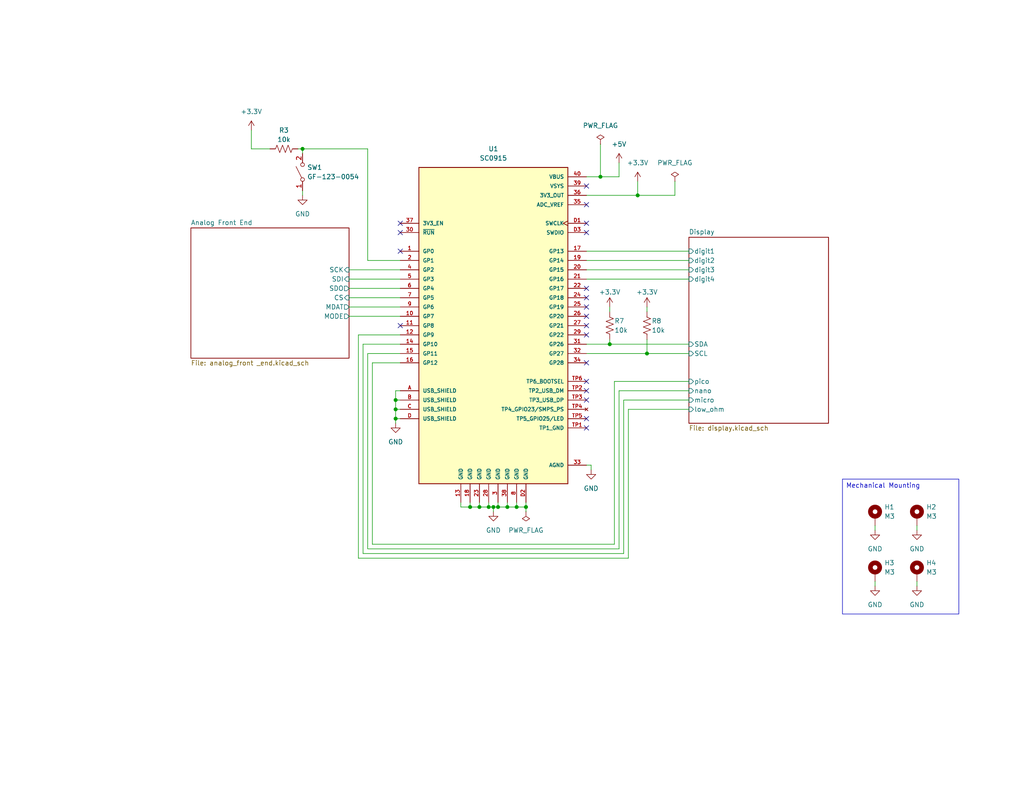
<source format=kicad_sch>
(kicad_sch (version 20231120) (generator "eeschema") (generator_version "8.0")
  (paper "USLetter")
  (title_block (title "Multimeter") (rev "1"))
  (lib_symbols
    (symbol "Device:R_US" (pin_numbers hide) (pin_names (offset 0))
      (property "Reference" "R" (at 2.54 0 90))
      (property "Value" "R_US" (at -2.54 0 90))
      (symbol "R_US_0_1"
        (polyline (pts (xy 0 -2.286) (xy 0 -2.54)))
        (polyline (pts (xy 0 2.286) (xy 0 2.54)))
        (polyline (pts (xy 0 -0.762) (xy 1.016 -1.143) (xy 0 -1.524) (xy -1.016 -1.905) (xy 0 -2.286)))
        (polyline (pts (xy 0 0.762) (xy 1.016 0.381) (xy 0 0) (xy -1.016 -0.381) (xy 0 -0.762)))
        (polyline (pts (xy 0 2.286) (xy 1.016 1.905) (xy 0 1.524) (xy -1.016 1.143) (xy 0 0.762)))
      )
      (symbol "R_US_1_1"
        (pin passive line (at 0 3.81 270) (length 1.27) (name "~") (number "1"))
        (pin passive line (at 0 -3.81 90) (length 1.27) (name "~") (number "2"))
      )
    )
    (symbol "Mechanical:MountingHole_Pad" (pin_numbers hide) (pin_names (offset 1.016) hide)
      (property "Reference" "H" (at 0 6.35 0))
      (property "Value" "MountingHole_Pad" (at 0 4.445 0))
      (symbol "MountingHole_Pad_0_1"
        (circle (center 0 1.27) (radius 1.27) (stroke (width 1.27)))
      )
      (symbol "MountingHole_Pad_1_1"
        (pin input line (at 0 -2.54 90) (length 2.54) (name "1") (number "1"))
      )
    )
    (symbol "Switch:SW_SPST" (pin_names (offset 0) hide)
      (property "Reference" "SW" (at 0 3.175 0))
      (property "Value" "SW_SPST" (at 0 -2.54 0))
      (symbol "SW_SPST_0_0"
        (circle (center -2.032 0) (radius 0.508))
        (polyline (pts (xy -1.524 0.254) (xy 1.524 1.778)))
        (circle (center 2.032 0) (radius 0.508))
      )
      (symbol "SW_SPST_1_1"
        (pin passive line (at -5.08 0 0) (length 2.54) (name "A") (number "1"))
        (pin passive line (at 5.08 0 180) (length 2.54) (name "B") (number "2"))
      )
    )
    (symbol "multimeter_parts:SC0915" (pin_names (offset 1.016))
      (property "Reference" "U" (at -20.32 44.069 0))
      (property "Value" "SC0915" (at 10.16 43.18 0))
      (symbol "SC0915_0_0"
        (rectangle (start -20.32 -43.18) (end 20.32 43.18) (stroke (width 0.254)) (fill (type background)))
        (pin bidirectional line (at -25.4 20.32 0) (length 5.08) (name "GP0") (number "1"))
        (pin bidirectional line (at -25.4 2.54 0) (length 5.08) (name "GP7") (number "10"))
        (pin bidirectional line (at -25.4 0 0) (length 5.08) (name "GP8") (number "11"))
        (pin bidirectional line (at -25.4 -2.54 0) (length 5.08) (name "GP9") (number "12"))
        (pin power_in line (at -8.89 -48.26 90) (length 5.08) (name "GND") (number "13"))
        (pin bidirectional line (at -25.4 -5.08 0) (length 5.08) (name "GP10") (number "14"))
        (pin bidirectional line (at -25.4 -7.62 0) (length 5.08) (name "GP11") (number "15"))
        (pin bidirectional line (at -25.4 -10.16 0) (length 5.08) (name "GP12") (number "16"))
        (pin bidirectional line (at 25.4 20.32 180) (length 5.08) (name "GP13") (number "17"))
        (pin power_in line (at -6.35 -48.26 90) (length 5.08) (name "GND") (number "18"))
        (pin bidirectional line (at 25.4 17.78 180) (length 5.08) (name "GP14") (number "19"))
        (pin bidirectional line (at -25.4 17.78 0) (length 5.08) (name "GP1") (number "2"))
        (pin bidirectional line (at 25.4 15.24 180) (length 5.08) (name "GP15") (number "20"))
        (pin bidirectional line (at 25.4 12.7 180) (length 5.08) (name "GP16") (number "21"))
        (pin bidirectional line (at 25.4 10.16 180) (length 5.08) (name "GP17") (number "22"))
        (pin power_in line (at -3.81 -48.26 90) (length 5.08) (name "GND") (number "23"))
        (pin bidirectional line (at 25.4 7.62 180) (length 5.08) (name "GP18") (number "24"))
        (pin bidirectional line (at 25.4 5.08 180) (length 5.08) (name "GP19") (number "25"))
        (pin bidirectional line (at 25.4 2.54 180) (length 5.08) (name "GP20") (number "26"))
        (pin bidirectional line (at 25.4 0 180) (length 5.08) (name "GP21") (number "27"))
        (pin power_in line (at -1.27 -48.26 90) (length 5.08) (name "GND") (number "28"))
        (pin bidirectional line (at 25.4 -2.54 180) (length 5.08) (name "GP22") (number "29"))
        (pin power_in line (at 1.27 -48.26 90) (length 5.08) (name "GND") (number "3"))
        (pin input line (at -25.4 25.4 0) (length 5.08) (name "~{RUN}") (number "30"))
        (pin bidirectional line (at 25.4 -5.08 180) (length 5.08) (name "GP26") (number "31"))
        (pin bidirectional line (at 25.4 -7.62 180) (length 5.08) (name "GP27") (number "32"))
        (pin power_in line (at 25.4 -38.1 180) (length 5.08) (name "AGND") (number "33"))
        (pin bidirectional line (at 25.4 -10.16 180) (length 5.08) (name "GP28") (number "34"))
        (pin power_in line (at 25.4 33.02 180) (length 5.08) (name "ADC_VREF") (number "35"))
        (pin power_in line (at 25.4 35.56 180) (length 5.08) (name "3V3_OUT") (number "36"))
        (pin input line (at -25.4 27.94 0) (length 5.08) (name "3V3_EN") (number "37"))
        (pin power_in line (at 3.81 -48.26 90) (length 5.08) (name "GND") (number "38"))
        (pin power_in line (at 25.4 38.1 180) (length 5.08) (name "VSYS") (number "39"))
        (pin bidirectional line (at -25.4 15.24 0) (length 5.08) (name "GP2") (number "4"))
        (pin power_in line (at 25.4 40.64 180) (length 5.08) (name "VBUS") (number "40"))
        (pin bidirectional line (at -25.4 12.7 0) (length 5.08) (name "GP3") (number "5"))
        (pin bidirectional line (at -25.4 10.16 0) (length 5.08) (name "GP4") (number "6"))
        (pin bidirectional line (at -25.4 7.62 0) (length 5.08) (name "GP5") (number "7"))
        (pin power_in line (at 6.35 -48.26 90) (length 5.08) (name "GND") (number "8"))
        (pin bidirectional line (at -25.4 5.08 0) (length 5.08) (name "GP6") (number "9"))
        (pin power_in line (at -25.4 -17.78 0) (length 5.08) (name "USB_SHIELD") (number "A"))
        (pin power_in line (at -25.4 -20.32 0) (length 5.08) (name "USB_SHIELD") (number "B"))
        (pin power_in line (at -25.4 -22.86 0) (length 5.08) (name "USB_SHIELD") (number "C"))
        (pin power_in line (at -25.4 -25.4 0) (length 5.08) (name "USB_SHIELD") (number "D"))
        (pin input clock (at 25.4 27.94 180) (length 5.08) (name "SWCLK") (number "D1"))
        (pin power_in line (at 8.89 -48.26 90) (length 5.08) (name "GND") (number "D2"))
        (pin bidirectional line (at 25.4 25.4 180) (length 5.08) (name "SWDIO") (number "D3"))
        (pin power_in line (at 25.4 -27.94 180) (length 5.08) (name "TP1_GND") (number "TP1"))
        (pin bidirectional line (at 25.4 -17.78 180) (length 5.08) (name "TP2_USB_DM") (number "TP2"))
        (pin bidirectional line (at 25.4 -20.32 180) (length 5.08) (name "TP3_USB_DP") (number "TP3"))
        (pin no_connect line (at 25.4 -22.86 180) (length 5.08) (name "TP4_GPIO23/SMPS_PS") (number "TP4"))
        (pin output line (at 25.4 -25.4 180) (length 5.08) (name "TP5_GPIO25/LED") (number "TP5"))
        (pin input line (at 25.4 -15.24 180) (length 5.08) (name "TP6_BOOTSEL") (number "TP6"))
      )
    )
    (symbol "power:+3.3V" (power) (pin_names (offset 0))
      (property "Value" "+3.3V" (at 0 3.556 0))
      (symbol "+3.3V_0_1"
        (polyline (pts (xy -0.762 1.27) (xy 0 2.54)))
        (polyline (pts (xy 0 0) (xy 0 2.54)))
        (polyline (pts (xy 0 2.54) (xy 0.762 1.27)))
      )
      (symbol "+3.3V_1_1"
        (pin power_in line (at 0 0 90) (length 0) hide (name "+3.3V") (number "1"))
      )
    )
    (symbol "power:+5V" (power) (pin_names (offset 0))
      (property "Value" "+5V" (at 0 3.556 0))
      (symbol "+5V_0_1"
        (polyline (pts (xy -0.762 1.27) (xy 0 2.54)))
        (polyline (pts (xy 0 0) (xy 0 2.54)))
        (polyline (pts (xy 0 2.54) (xy 0.762 1.27)))
      )
      (symbol "+5V_1_1"
        (pin power_in line (at 0 0 90) (length 0) hide (name "+5V") (number "1"))
      )
    )
    (symbol "power:GND" (power) (pin_names (offset 0))
      (property "Value" "GND" (at 0 -3.81 0))
      (symbol "GND_0_1"
        (polyline (pts (xy 0 0) (xy 0 -1.27) (xy 1.27 -1.27) (xy 0 -2.54) (xy -1.27 -1.27) (xy 0 -1.27)))
      )
      (symbol "GND_1_1"
        (pin power_in line (at 0 0 270) (length 0) hide (name "GND") (number "1"))
      )
    )
    (symbol "power:PWR_FLAG" (power) (pin_numbers hide) (pin_names (offset 0) hide)
      (property "Value" "PWR_FLAG" (at 0 3.81 0))
      (symbol "PWR_FLAG_0_0"
        (pin power_out line (at 0 0 90) (length 0) (name "pwr") (number "1"))
      )
      (symbol "PWR_FLAG_0_1"
        (polyline (pts (xy 0 0) (xy 0 1.27) (xy -1.016 1.905) (xy 0 2.54) (xy 1.016 1.905) (xy 0 1.27)))
      )
    )
  )
  (junction (at 138.43 138.43))
  (junction (at 143.51 138.43))
  (junction (at 135.89 138.43))
  (junction (at 134.62 138.43))
  (junction (at 173.99 53.34))
  (junction (at 130.81 138.43))
  (junction (at 176.53 96.52))
  (junction (at 107.95 114.3))
  (junction (at 133.35 138.43))
  (junction (at 107.95 111.76))
  (junction (at 163.83 48.26))
  (junction (at 82.55 40.64))
  (junction (at 166.37 93.98))
  (junction (at 128.27 138.43))
  (junction (at 140.97 138.43))
  (junction (at 107.95 109.22))
  (no_connect (at 160.02 114.3))
  (no_connect (at 109.22 60.96))
  (no_connect (at 160.02 60.96))
  (no_connect (at 160.02 81.28))
  (no_connect (at 109.22 68.58))
  (no_connect (at 160.02 99.06))
  (no_connect (at 160.02 88.9))
  (no_connect (at 160.02 91.44))
  (no_connect (at 160.02 55.88))
  (no_connect (at 160.02 78.74))
  (no_connect (at 160.02 83.82))
  (no_connect (at 160.02 116.84))
  (no_connect (at 109.22 63.5))
  (no_connect (at 160.02 63.5))
  (no_connect (at 160.02 50.8))
  (no_connect (at 109.22 88.9))
  (no_connect (at 160.02 86.36))
  (no_connect (at 160.02 106.68))
  (no_connect (at 160.02 104.14))
  (no_connect (at 160.02 109.22))
  (wire (pts (xy 160.02 96.52) (xy 176.53 96.52)))
  (wire (pts (xy 100.33 71.12) (xy 109.22 71.12)))
  (wire (pts (xy 187.96 106.68) (xy 168.91 106.68)))
  (wire (pts (xy 133.35 137.16) (xy 133.35 138.43)))
  (wire (pts (xy 168.91 149.86) (xy 100.33 149.86)))
  (wire (pts (xy 68.58 35.56) (xy 68.58 40.64)))
  (wire (pts (xy 125.73 138.43) (xy 128.27 138.43)))
  (wire (pts (xy 125.73 137.16) (xy 125.73 138.43)))
  (wire (pts (xy 160.02 127) (xy 161.29 127)))
  (wire (pts (xy 135.89 138.43) (xy 138.43 138.43)))
  (wire (pts (xy 138.43 137.16) (xy 138.43 138.43)))
  (wire (pts (xy 82.55 52.07) (xy 82.55 53.34)))
  (wire (pts (xy 250.19 143.51) (xy 250.19 144.78)))
  (wire (pts (xy 238.76 158.75) (xy 238.76 160.02)))
  (wire (pts (xy 95.25 76.2) (xy 109.22 76.2)))
  (wire (pts (xy 166.37 92.71) (xy 166.37 93.98)))
  (wire (pts (xy 160.02 68.58) (xy 187.96 68.58)))
  (wire (pts (xy 107.95 109.22) (xy 109.22 109.22)))
  (wire (pts (xy 167.64 104.14) (xy 167.64 148.59)))
  (wire (pts (xy 107.95 111.76) (xy 109.22 111.76)))
  (wire (pts (xy 82.55 40.64) (xy 82.55 41.91)))
  (wire (pts (xy 107.95 106.68) (xy 109.22 106.68)))
  (wire (pts (xy 176.53 83.82) (xy 176.53 85.09)))
  (wire (pts (xy 143.51 138.43) (xy 143.51 139.7)))
  (wire (pts (xy 135.89 137.16) (xy 135.89 138.43)))
  (wire (pts (xy 160.02 76.2) (xy 187.96 76.2)))
  (wire (pts (xy 100.33 96.52) (xy 109.22 96.52)))
  (wire (pts (xy 107.95 109.22) (xy 107.95 106.68)))
  (wire (pts (xy 160.02 73.66) (xy 187.96 73.66)))
  (wire (pts (xy 187.96 111.76) (xy 171.45 111.76)))
  (wire (pts (xy 128.27 137.16) (xy 128.27 138.43)))
  (wire (pts (xy 143.51 138.43) (xy 143.51 137.16)))
  (wire (pts (xy 95.25 73.66) (xy 109.22 73.66)))
  (wire (pts (xy 107.95 114.3) (xy 109.22 114.3)))
  (wire (pts (xy 161.29 127) (xy 161.29 128.27)))
  (wire (pts (xy 171.45 111.76) (xy 171.45 152.4)))
  (wire (pts (xy 107.95 111.76) (xy 107.95 109.22)))
  (wire (pts (xy 95.25 83.82) (xy 109.22 83.82)))
  (wire (pts (xy 133.35 138.43) (xy 134.62 138.43)))
  (wire (pts (xy 68.58 40.64) (xy 73.66 40.64)))
  (wire (pts (xy 95.25 81.28) (xy 109.22 81.28)))
  (wire (pts (xy 100.33 149.86) (xy 100.33 96.52)))
  (wire (pts (xy 173.99 53.34) (xy 173.99 49.53)))
  (wire (pts (xy 81.28 40.64) (xy 82.55 40.64)))
  (wire (pts (xy 170.18 109.22) (xy 170.18 151.13)))
  (wire (pts (xy 95.25 86.36) (xy 109.22 86.36)))
  (wire (pts (xy 187.96 109.22) (xy 170.18 109.22)))
  (wire (pts (xy 160.02 71.12) (xy 187.96 71.12)))
  (wire (pts (xy 171.45 152.4) (xy 97.79 152.4)))
  (wire (pts (xy 130.81 138.43) (xy 133.35 138.43)))
  (wire (pts (xy 82.55 40.64) (xy 100.33 40.64)))
  (wire (pts (xy 107.95 114.3) (xy 107.95 111.76)))
  (wire (pts (xy 101.6 148.59) (xy 101.6 99.06)))
  (wire (pts (xy 100.33 40.64) (xy 100.33 71.12)))
  (wire (pts (xy 250.19 158.75) (xy 250.19 160.02)))
  (wire (pts (xy 140.97 138.43) (xy 143.51 138.43)))
  (wire (pts (xy 160.02 93.98) (xy 166.37 93.98)))
  (wire (pts (xy 173.99 53.34) (xy 184.15 53.34)))
  (wire (pts (xy 238.76 143.51) (xy 238.76 144.78)))
  (wire (pts (xy 97.79 91.44) (xy 109.22 91.44)))
  (wire (pts (xy 140.97 137.16) (xy 140.97 138.43)))
  (wire (pts (xy 166.37 93.98) (xy 187.96 93.98)))
  (wire (pts (xy 167.64 148.59) (xy 101.6 148.59)))
  (wire (pts (xy 99.06 151.13) (xy 99.06 93.98)))
  (wire (pts (xy 138.43 138.43) (xy 140.97 138.43)))
  (wire (pts (xy 134.62 138.43) (xy 134.62 139.7)))
  (wire (pts (xy 176.53 92.71) (xy 176.53 96.52)))
  (wire (pts (xy 160.02 53.34) (xy 173.99 53.34)))
  (wire (pts (xy 187.96 104.14) (xy 167.64 104.14)))
  (wire (pts (xy 163.83 39.37) (xy 163.83 48.26)))
  (wire (pts (xy 184.15 53.34) (xy 184.15 49.53)))
  (wire (pts (xy 160.02 48.26) (xy 163.83 48.26)))
  (wire (pts (xy 128.27 138.43) (xy 130.81 138.43)))
  (wire (pts (xy 97.79 152.4) (xy 97.79 91.44)))
  (wire (pts (xy 166.37 83.82) (xy 166.37 85.09)))
  (wire (pts (xy 99.06 93.98) (xy 109.22 93.98)))
  (wire (pts (xy 130.81 137.16) (xy 130.81 138.43)))
  (wire (pts (xy 170.18 151.13) (xy 99.06 151.13)))
  (wire (pts (xy 101.6 99.06) (xy 109.22 99.06)))
  (wire (pts (xy 176.53 96.52) (xy 187.96 96.52)))
  (wire (pts (xy 134.62 138.43) (xy 135.89 138.43)))
  (wire (pts (xy 163.83 48.26) (xy 168.91 48.26)))
  (wire (pts (xy 168.91 106.68) (xy 168.91 149.86)))
  (wire (pts (xy 107.95 115.57) (xy 107.95 114.3)))
  (wire (pts (xy 95.25 78.74) (xy 109.22 78.74)))
  (wire (pts (xy 168.91 44.45) (xy 168.91 48.26)))
  (text_box "Mechanical Mounting" (at 229.87 130.81 0) (size 31.75 36.83) (effects (font (size 1.27 1.27)) (justify left top)))
  (symbol (lib_id "Mechanical:MountingHole_Pad") (at 250.19 140.97 0) (unit 1)
    (property "Reference" "H2" (at 252.73 138.43 0) (effects (justify left)))
    (property "Value" "M3" (at 252.73 140.97 0) (effects (justify left)))
    (property "Footprint" "MountingHole:MountingHole_2.7mm_Pad_Via" (effects (hide yes)))
  )
  (symbol (lib_id "power:+3.3V") (at 173.99 49.53 0) (unit 1)
    (property "Reference" "#PWR028" (effects (hide yes)))
    (property "Value" "+3.3V" (at 173.99 44.45 0))
  )
  (symbol (lib_id "power:+3.3V") (at 166.37 83.82 0) (unit 1)
    (property "Reference" "#PWR045" (effects (hide yes)))
    (property "Value" "+3.3V" (at 166.37 79.756 0))
  )
  (symbol (lib_id "power:+3.3V") (at 68.58 35.56 0) (unit 1)
    (property "Reference" "#PWR043" (effects (hide yes)))
    (property "Value" "+3.3V" (at 68.58 30.48 0))
  )
  (symbol (lib_id "power:GND") (at 250.19 144.78 0) (unit 1)
    (property "Reference" "#PWR014" (effects (hide yes)))
    (property "Value" "GND" (at 250.19 149.86 0))
  )
  (symbol (lib_id "power:GND") (at 134.62 139.7 0) (unit 1)
    (property "Reference" "#PWR04" (effects (hide yes)))
    (property "Value" "GND" (at 134.62 144.78 0))
  )
  (symbol (lib_id "power:PWR_FLAG") (at 143.51 139.7 180) (unit 1)
    (property "Reference" "#FLG02" (effects (hide yes)))
    (property "Value" "PWR_FLAG" (at 143.51 144.78 0))
    (property "Description" "Special symbol for telling ERC where power comes from" (effects (hide yes)))
  )
  (symbol (lib_id "multimeter_parts:SC0915") (at 134.62 88.9 0) (unit 1)
    (property "Reference" "U1" (at 134.62 40.64 0))
    (property "Value" "SC0915" (at 134.62 43.18 0))
    (property "Footprint" "Multimeter:MODULE_SC0915" (effects (hide yes)))
    (property "Digikey Part #" "2648-SC0915CT-ND" (effects (hide yes)))
    (property "Part #" "SC0915" (effects (hide yes)))
    (property "Unit Price" "4.00" (effects (hide yes)))
  )
  (symbol (lib_id "power:GND") (at 107.95 115.57 0) (unit 1)
    (property "Reference" "#PWR010" (effects (hide yes)))
    (property "Value" "GND" (at 107.95 120.65 0))
  )
  (symbol (lib_id "power:GND") (at 250.19 160.02 0) (unit 1)
    (property "Reference" "#PWR038" (effects (hide yes)))
    (property "Value" "GND" (at 250.19 165.1 0))
  )
  (symbol (lib_id "Mechanical:MountingHole_Pad") (at 250.19 156.21 0) (unit 1)
    (property "Reference" "H4" (at 252.73 153.67 0) (effects (justify left)))
    (property "Value" "M3" (at 252.73 156.21 0) (effects (justify left)))
    (property "Footprint" "MountingHole:MountingHole_2.7mm_Pad_Via" (effects (hide yes)))
  )
  (symbol (lib_id "power:+3.3V") (at 176.53 83.82 0) (unit 1)
    (property "Reference" "#PWR046" (effects (hide yes)))
    (property "Value" "+3.3V" (at 176.53 79.756 0))
  )
  (symbol (lib_id "Device:R_US") (at 166.37 88.9 0) (unit 1)
    (property "Reference" "R7" (at 167.64 87.63 0) (effects (justify left)))
    (property "Value" "10k" (at 167.64 90.17 0) (effects (justify left)))
    (property "Footprint" "Resistor_SMD:R_0805_2012Metric_Pad1.20x1.40mm_HandSolder" (effects (hide yes)))
    (property "Description" "Resistor, US symbol" (effects (hide yes)))
  )
  (symbol (lib_id "power:GND") (at 161.29 128.27 0) (unit 1)
    (property "Reference" "#PWR05" (effects (hide yes)))
    (property "Value" "GND" (at 161.29 133.35 0))
  )
  (symbol (lib_id "power:GND") (at 82.55 53.34 0) (unit 1)
    (property "Reference" "#PWR042" (effects (hide yes)))
    (property "Value" "GND" (at 82.55 58.42 0))
  )
  (symbol (lib_id "Mechanical:MountingHole_Pad") (at 238.76 140.97 0) (unit 1)
    (property "Reference" "H1" (at 241.3 138.43 0) (effects (justify left)))
    (property "Value" "M3" (at 241.3 140.97 0) (effects (justify left)))
    (property "Footprint" "MountingHole:MountingHole_2.7mm_Pad_Via" (effects (hide yes)))
  )
  (symbol (lib_id "power:GND") (at 238.76 144.78 0) (unit 1)
    (property "Reference" "#PWR013" (effects (hide yes)))
    (property "Value" "GND" (at 238.76 149.86 0))
  )
  (symbol (lib_id "power:GND") (at 238.76 160.02 0) (unit 1)
    (property "Reference" "#PWR015" (effects (hide yes)))
    (property "Value" "GND" (at 238.76 165.1 0))
  )
  (symbol (lib_id "Mechanical:MountingHole_Pad") (at 238.76 156.21 0) (unit 1)
    (property "Reference" "H3" (at 241.3 153.67 0) (effects (justify left)))
    (property "Value" "M3" (at 241.3 156.21 0) (effects (justify left)))
    (property "Footprint" "MountingHole:MountingHole_2.7mm_Pad_Via" (effects (hide yes)))
  )
  (symbol (lib_id "power:PWR_FLAG") (at 184.15 49.53 0) (unit 1)
    (property "Reference" "#FLG03" (effects (hide yes)))
    (property "Value" "PWR_FLAG" (at 184.15 44.45 0))
  )
  (symbol (lib_id "power:PWR_FLAG") (at 163.83 39.37 0) (unit 1)
    (property "Reference" "#FLG01" (effects (hide yes)))
    (property "Value" "PWR_FLAG" (at 163.83 34.29 0))
  )
  (symbol (lib_id "Device:R_US") (at 176.53 88.9 0) (unit 1)
    (property "Reference" "R8" (at 177.8 87.63 0) (effects (justify left)))
    (property "Value" "10k" (at 177.8 90.17 0) (effects (justify left)))
    (property "Footprint" "Resistor_SMD:R_0805_2012Metric_Pad1.20x1.40mm_HandSolder" (effects (hide yes)))
    (property "Description" "Resistor, US symbol" (effects (hide yes)))
  )
  (symbol (lib_id "Switch:SW_SPST") (at 82.55 46.99 90) (unit 1)
    (property "Reference" "SW1" (at 83.82 45.7199 90) (effects (justify right)))
    (property "Value" "GF-123-0054" (at 83.82 48.2599 90) (effects (justify right)))
    (property "Footprint" "Multimeter:SW_GF-123-0054" (effects (hide yes)))
    (property "Digikey Part #" "CWI333-ND" (effects (hide yes)))
    (property "Part #" "GF-123-0054" (effects (hide yes)))
    (property "Unit Price" "1.5" (effects (hide yes)))
  )
  (symbol (lib_id "power:+5V") (at 168.91 44.45 0) (unit 1)
    (property "Reference" "#PWR03" (effects (hide yes)))
    (property "Value" "+5V" (at 168.91 39.37 0))
  )
  (symbol (lib_id "Device:R_US") (at 77.47 40.64 90) (unit 1)
    (property "Reference" "R3" (at 77.47 35.56 90))
    (property "Value" "10k" (at 77.47 38.1 90))
    (property "Footprint" "Capacitor_SMD:C_0805_2012Metric_Pad1.18x1.45mm_HandSolder" (effects (hide yes)))
    (property "Digikey Part #" "RMCF0805FT10K0CT-ND" (effects (hide yes)))
    (property "Part #" "RMCF0805FT10K0" (effects (hide yes)))
    (property "Unit Price" "0.1" (effects (hide yes)))
  )
  (sheet (at 52.07 62.23) (size 43.18 35.56) (stroke (width 0.1524))
    (property "Sheetname" "Analog Front End" (at 52.07 61.5184 0) (effects (justify left bottom)))
    (property "Sheetfile" "analog_front _end.kicad_sch" (at 52.07 98.3746 0) (effects (justify left top)))
    (pin "SDI" input (at 95.25 76.2 0))
    (pin "SDO" output (at 95.25 78.74 0))
    (pin "SCK" input (at 95.25 73.66 0))
    (pin "CS" input (at 95.25 81.28 0))
    (pin "MDAT" output (at 95.25 83.82 0))
    (pin "MODE" output (at 95.25 86.36 0))
  )
  (sheet (at 187.96 64.77) (size 38.1 50.8) (stroke (width 0.1524))
    (property "Sheetname" "Display" (at 187.96 64.0584 0) (effects (justify left bottom)))
    (property "Sheetfile" "display.kicad_sch" (at 187.96 116.1546 0) (effects (justify left top)))
    (pin "digit2" input (at 187.96 71.12 180))
    (pin "digit1" input (at 187.96 68.58 180))
    (pin "digit3" input (at 187.96 73.66 180))
    (pin "digit4" input (at 187.96 76.2 180))
    (pin "low_ohm" input (at 187.96 111.76 180))
    (pin "pico" input (at 187.96 104.14 180))
    (pin "micro" input (at 187.96 109.22 180))
    (pin "nano" input (at 187.96 106.68 180))
    (pin "SDA" input (at 187.96 93.98 180))
    (pin "SCL" input (at 187.96 96.52 180))
  )
)
</source>
